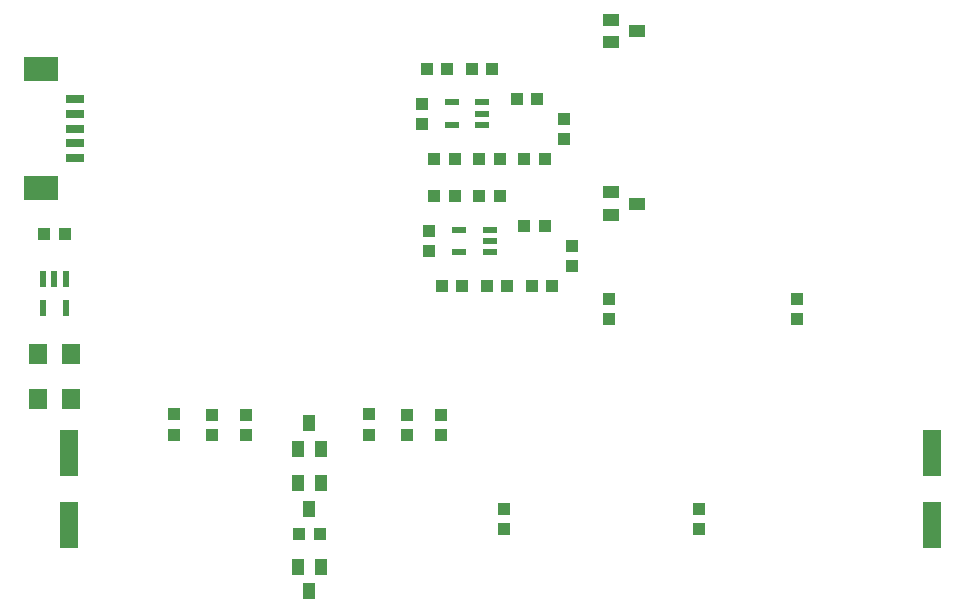
<source format=gtp>
G75*
%MOIN*%
%OFA0B0*%
%FSLAX24Y24*%
%IPPOS*%
%LPD*%
%AMOC8*
5,1,8,0,0,1.08239X$1,22.5*
%
%ADD10R,0.0425X0.0413*%
%ADD11R,0.0394X0.0551*%
%ADD12R,0.0433X0.0394*%
%ADD13R,0.0630X0.0709*%
%ADD14R,0.0472X0.0236*%
%ADD15R,0.0394X0.0433*%
%ADD16R,0.0413X0.0425*%
%ADD17R,0.0551X0.0394*%
%ADD18R,0.0220X0.0520*%
%ADD19R,0.0630X0.1575*%
%ADD20R,0.0390X0.0520*%
%ADD21R,0.0630X0.0315*%
%ADD22R,0.1181X0.0827*%
D10*
X005680Y010864D03*
X005680Y011553D03*
X012180Y011553D03*
X012180Y010864D03*
D11*
X010554Y010400D03*
X009806Y010400D03*
X010180Y011266D03*
X009806Y009266D03*
X010554Y009266D03*
X010180Y008400D03*
D12*
X009845Y007583D03*
X010515Y007583D03*
X008055Y010874D03*
X008055Y011543D03*
X006930Y011543D03*
X006930Y010874D03*
X013430Y010874D03*
X013430Y011543D03*
X014555Y011543D03*
X014555Y010874D03*
X016680Y008418D03*
X016680Y007749D03*
X023180Y007749D03*
X023180Y008418D03*
X020180Y014749D03*
X020180Y015418D03*
X018930Y016499D03*
X018930Y017168D03*
X015265Y015833D03*
X014595Y015833D03*
X014180Y016999D03*
X014180Y017668D03*
X013930Y021249D03*
X013930Y021918D03*
X018680Y021418D03*
X018680Y020749D03*
X026430Y015418D03*
X026430Y014749D03*
X002015Y017583D03*
X001345Y017583D03*
D13*
X001129Y013583D03*
X002231Y013583D03*
X002231Y012083D03*
X001129Y012083D03*
D14*
X015166Y016959D03*
X015166Y017707D03*
X016194Y017707D03*
X016194Y017333D03*
X016194Y016959D03*
X015944Y021209D03*
X015944Y021583D03*
X015944Y021957D03*
X014916Y021957D03*
X014916Y021209D03*
D15*
X017095Y022083D03*
X017765Y022083D03*
X016265Y023083D03*
X015595Y023083D03*
X014765Y023083D03*
X014095Y023083D03*
X017345Y020083D03*
X018015Y020083D03*
X016515Y018833D03*
X015845Y018833D03*
X015015Y018833D03*
X014345Y018833D03*
X017345Y017833D03*
X018015Y017833D03*
X018265Y015833D03*
X017595Y015833D03*
D16*
X016774Y015833D03*
X016086Y015833D03*
X015836Y020083D03*
X016524Y020083D03*
X015024Y020083D03*
X014336Y020083D03*
D17*
X020247Y018957D03*
X020247Y018209D03*
X021113Y018583D03*
X020247Y023959D03*
X020247Y024707D03*
X021113Y024333D03*
D18*
X002054Y016053D03*
X001680Y016053D03*
X001306Y016053D03*
X001306Y015113D03*
X002054Y015113D03*
D19*
X002180Y007883D03*
X002180Y010284D03*
X030930Y010284D03*
X030930Y007883D03*
D20*
X010550Y006483D03*
X009810Y006483D03*
X010180Y005683D03*
D21*
X002363Y020099D03*
X002363Y020591D03*
X002363Y021083D03*
X002363Y021575D03*
X002363Y022068D03*
D22*
X001221Y023072D03*
X001221Y019095D03*
M02*

</source>
